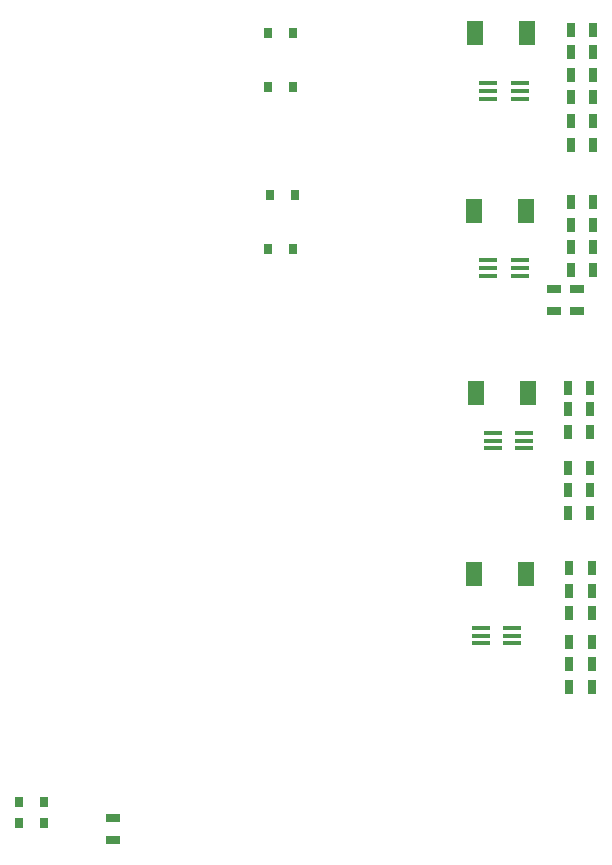
<source format=gtp>
G04 #@! TF.FileFunction,Paste,Top*
%FSLAX46Y46*%
G04 Gerber Fmt 4.6, Leading zero omitted, Abs format (unit mm)*
G04 Created by KiCad (PCBNEW 4.0.6) date 12/07/17 21:07:41*
%MOMM*%
%LPD*%
G01*
G04 APERTURE LIST*
%ADD10C,0.100000*%
%ADD11R,0.800000X0.900000*%
%ADD12R,1.500000X0.400000*%
%ADD13R,0.700000X1.300000*%
%ADD14R,1.300000X0.700000*%
%ADD15R,1.400000X2.100000*%
G04 APERTURE END LIST*
D10*
D11*
X130268000Y-73787000D03*
X132368000Y-73787000D03*
D12*
X148276000Y-124191000D03*
X148276000Y-124841000D03*
X148276000Y-125491000D03*
X150936000Y-125491000D03*
X150936000Y-124841000D03*
X150936000Y-124191000D03*
X149292000Y-107681000D03*
X149292000Y-108331000D03*
X149292000Y-108981000D03*
X151952000Y-108981000D03*
X151952000Y-108331000D03*
X151952000Y-107681000D03*
X148911000Y-78090000D03*
X148911000Y-78740000D03*
X148911000Y-79390000D03*
X151571000Y-79390000D03*
X151571000Y-78740000D03*
X151571000Y-78090000D03*
X148911000Y-93076000D03*
X148911000Y-93726000D03*
X148911000Y-94376000D03*
X151571000Y-94376000D03*
X151571000Y-93726000D03*
X151571000Y-93076000D03*
D13*
X157541000Y-103886000D03*
X155641000Y-103886000D03*
X155641000Y-105664000D03*
X157541000Y-105664000D03*
X155641000Y-107569000D03*
X157541000Y-107569000D03*
X155641000Y-110617000D03*
X157541000Y-110617000D03*
X157541000Y-112522000D03*
X155641000Y-112522000D03*
X157541000Y-114427000D03*
X155641000Y-114427000D03*
X157795000Y-73533000D03*
X155895000Y-73533000D03*
X157795000Y-88138000D03*
X155895000Y-88138000D03*
X155895000Y-75438000D03*
X157795000Y-75438000D03*
X155895000Y-90043000D03*
X157795000Y-90043000D03*
X155895000Y-77343000D03*
X157795000Y-77343000D03*
X155895000Y-91948000D03*
X157795000Y-91948000D03*
X155895000Y-79248000D03*
X157795000Y-79248000D03*
X157795000Y-81280000D03*
X155895000Y-81280000D03*
X157795000Y-93853000D03*
X155895000Y-93853000D03*
D14*
X156362400Y-95468400D03*
X156362400Y-97368400D03*
D13*
X157795000Y-83312000D03*
X155895000Y-83312000D03*
D14*
X154432000Y-95468400D03*
X154432000Y-97368400D03*
X117094000Y-140274000D03*
X117094000Y-142174000D03*
D13*
X157668000Y-119126000D03*
X155768000Y-119126000D03*
X155768000Y-121031000D03*
X157668000Y-121031000D03*
X157668000Y-127254000D03*
X155768000Y-127254000D03*
X155768000Y-125349000D03*
X157668000Y-125349000D03*
X155768000Y-122936000D03*
X157668000Y-122936000D03*
X155768000Y-129222500D03*
X157668000Y-129222500D03*
D15*
X147873000Y-104267000D03*
X152273000Y-104267000D03*
X147787000Y-73787000D03*
X152187000Y-73787000D03*
X147660000Y-88900000D03*
X152060000Y-88900000D03*
D11*
X109186000Y-140716000D03*
X111286000Y-140716000D03*
X109186000Y-138938000D03*
X111286000Y-138938000D03*
X130268000Y-78359000D03*
X132368000Y-78359000D03*
X130395000Y-87503000D03*
X132495000Y-87503000D03*
X130268000Y-92075000D03*
X132368000Y-92075000D03*
D15*
X147660000Y-119634000D03*
X152060000Y-119634000D03*
M02*

</source>
